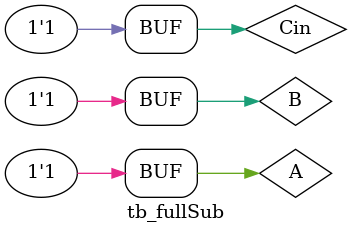
<source format=v>

module full_sub(a,b,cin,s,cout);

input a,b,cin;
output s,cout;

assign {cout,s}=a-b-cin;


endmodule

module tb_fullSub();

reg A,B,Cin;
wire Cout,S;

full_sub FA(
        .a(A),
        .b(B),
        .cin(Cin),
        .s(S),
        .cout(Cout)
);


initial
   begin
      #5 A=1'b0;B=1'b0;Cin=1'b0;
      #5 A=1'b0;B=1'b0;Cin=1'b1;
      #5 A=1'b0;B=1'b1;Cin=1'b0;
      #5 A=1'b0;B=1'b1;Cin=1'b1;
      #5 A=1'b1;B=1'b0;Cin=1'b0;
      #5 A=1'b1;B=1'b0;Cin=1'b1;
      #5 A=1'b1;B=1'b1;Cin=1'b0;
      #5 A=1'b1;B=1'b1;Cin=1'b1;
   end



endmodule
</source>
